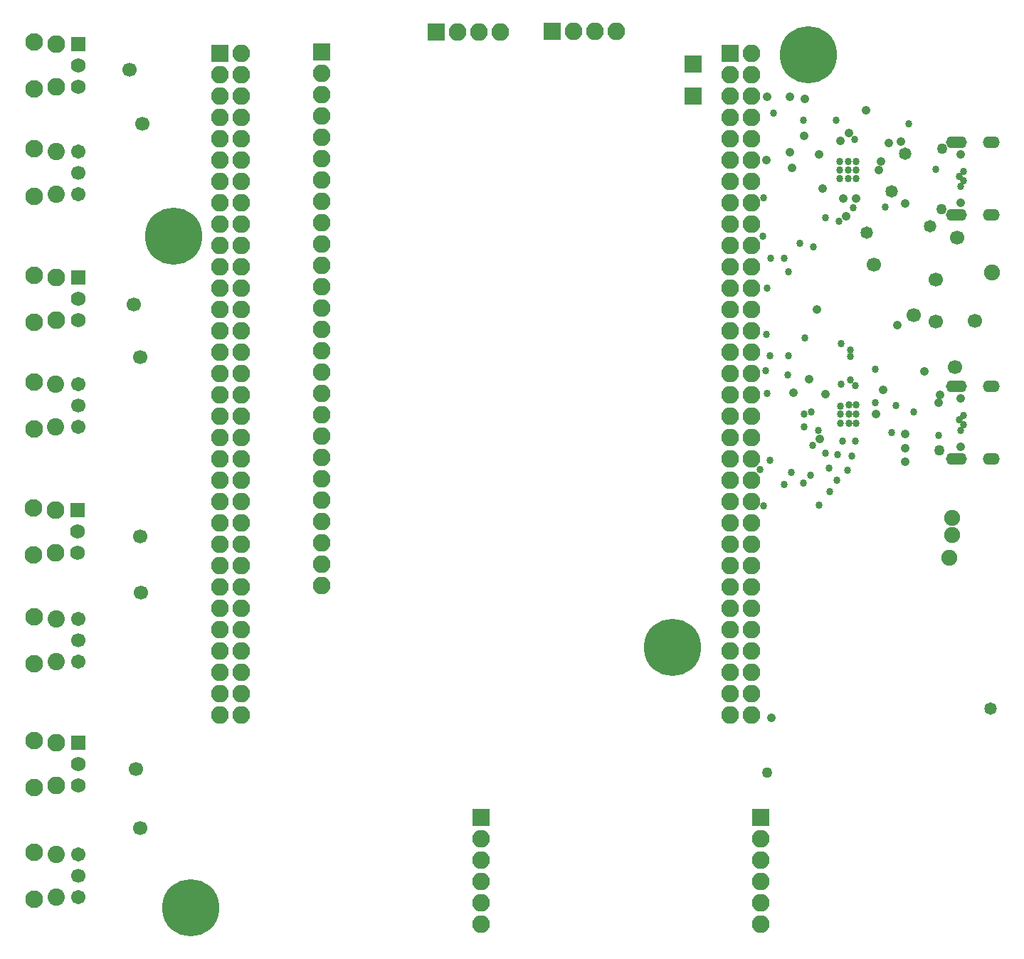
<source format=gbr>
%TF.GenerationSoftware,KiCad,Pcbnew,(6.0.7)*%
%TF.CreationDate,2022-08-08T23:44:24-07:00*%
%TF.ProjectId,adatface_baseboard,61646174-6661-4636-955f-62617365626f,rev?*%
%TF.SameCoordinates,Original*%
%TF.FileFunction,Soldermask,Bot*%
%TF.FilePolarity,Negative*%
%FSLAX46Y46*%
G04 Gerber Fmt 4.6, Leading zero omitted, Abs format (unit mm)*
G04 Created by KiCad (PCBNEW (6.0.7)) date 2022-08-08 23:44:24*
%MOMM*%
%LPD*%
G01*
G04 APERTURE LIST*
G04 Aperture macros list*
%AMRoundRect*
0 Rectangle with rounded corners*
0 $1 Rounding radius*
0 $2 $3 $4 $5 $6 $7 $8 $9 X,Y pos of 4 corners*
0 Add a 4 corners polygon primitive as box body*
4,1,4,$2,$3,$4,$5,$6,$7,$8,$9,$2,$3,0*
0 Add four circle primitives for the rounded corners*
1,1,$1+$1,$2,$3*
1,1,$1+$1,$4,$5*
1,1,$1+$1,$6,$7*
1,1,$1+$1,$8,$9*
0 Add four rect primitives between the rounded corners*
20,1,$1+$1,$2,$3,$4,$5,0*
20,1,$1+$1,$4,$5,$6,$7,0*
20,1,$1+$1,$6,$7,$8,$9,0*
20,1,$1+$1,$8,$9,$2,$3,0*%
G04 Aperture macros list end*
%ADD10C,2.100000*%
%ADD11C,1.708000*%
%ADD12C,1.700000*%
%ADD13C,2.050000*%
%ADD14RoundRect,0.200000X-0.679000X0.679000X-0.679000X-0.679000X0.679000X-0.679000X0.679000X0.679000X0*%
%ADD15C,1.758000*%
%ADD16C,2.125000*%
%ADD17RoundRect,0.200000X0.850000X-0.850000X0.850000X0.850000X-0.850000X0.850000X-0.850000X-0.850000X0*%
%ADD18O,2.100000X2.100000*%
%ADD19C,1.200000*%
%ADD20C,6.800000*%
%ADD21RoundRect,0.200000X-0.850000X-0.850000X0.850000X-0.850000X0.850000X0.850000X-0.850000X0.850000X0*%
%ADD22C,1.050000*%
%ADD23O,2.500000X1.400000*%
%ADD24O,2.000000X1.400000*%
%ADD25RoundRect,0.200000X0.850000X0.850000X-0.850000X0.850000X-0.850000X-0.850000X0.850000X-0.850000X0*%
%ADD26C,0.860000*%
%ADD27C,1.900000*%
%ADD28C,1.060000*%
%ADD29C,1.480000*%
%ADD30C,1.260000*%
G04 APERTURE END LIST*
D10*
%TO.C,U1*%
X45816023Y-142589033D03*
X45816023Y-136989033D03*
D11*
X51056023Y-137249033D03*
D12*
X51056023Y-139789033D03*
D11*
X51056023Y-142329033D03*
D13*
X48426023Y-137249033D03*
X48426023Y-142329033D03*
%TD*%
D10*
%TO.C,TR2*%
X45810408Y-40557745D03*
X45810408Y-46157745D03*
D14*
X51050408Y-40817745D03*
D15*
X51050408Y-43357745D03*
X51050408Y-45897745D03*
D16*
X48430408Y-40817745D03*
X48430408Y-45897745D03*
%TD*%
D10*
%TO.C,TR3*%
X45786111Y-68321385D03*
X45786111Y-73921385D03*
D14*
X51026111Y-68581385D03*
D15*
X51026111Y-71121385D03*
X51026111Y-73661385D03*
D16*
X48406111Y-68581385D03*
X48406111Y-73661385D03*
%TD*%
D17*
%TO.C,J11*%
X93640000Y-39365000D03*
D18*
X96180000Y-39365000D03*
X98720000Y-39365000D03*
X101260000Y-39365000D03*
%TD*%
D19*
%TO.C,H3*%
X60050000Y-63700000D03*
X64147056Y-62002944D03*
X64850000Y-63700000D03*
X60752944Y-62002944D03*
X64147056Y-65397056D03*
D20*
X62450000Y-63700000D03*
D19*
X62450000Y-66100000D03*
X60752944Y-65397056D03*
X62450000Y-61300000D03*
%TD*%
%TO.C,H4*%
X121793000Y-115049000D03*
X123490056Y-110951944D03*
X124193000Y-112649000D03*
X123490056Y-114346056D03*
X120095944Y-110951944D03*
D20*
X121793000Y-112649000D03*
D19*
X121793000Y-110249000D03*
X119393000Y-112649000D03*
X120095944Y-114346056D03*
%TD*%
D17*
%TO.C,J10*%
X107490000Y-39310000D03*
D18*
X110030000Y-39310000D03*
X112570000Y-39310000D03*
X115110000Y-39310000D03*
%TD*%
D10*
%TO.C,U2*%
X45830408Y-58920245D03*
X45830408Y-53320245D03*
D11*
X51070408Y-53580245D03*
D12*
X51070408Y-56120245D03*
D11*
X51070408Y-58660245D03*
D13*
X48440408Y-53580245D03*
X48440408Y-58660245D03*
%TD*%
D21*
%TO.C,J3*%
X128650000Y-41910000D03*
D18*
X131190000Y-41910000D03*
X128650000Y-44450000D03*
X131190000Y-44450000D03*
X128650000Y-46990000D03*
X131190000Y-46990000D03*
X128650000Y-49530000D03*
X131190000Y-49530000D03*
X128650000Y-52070000D03*
X131190000Y-52070000D03*
X128650000Y-54610000D03*
X131190000Y-54610000D03*
X128650000Y-57150000D03*
X131190000Y-57150000D03*
X128650000Y-59690000D03*
X131190000Y-59690000D03*
X128650000Y-62230000D03*
X131190000Y-62230000D03*
X128650000Y-64770000D03*
X131190000Y-64770000D03*
X128650000Y-67310000D03*
X131190000Y-67310000D03*
X128650000Y-69850000D03*
X131190000Y-69850000D03*
X128650000Y-72390000D03*
X131190000Y-72390000D03*
X128650000Y-74930000D03*
X131190000Y-74930000D03*
X128650000Y-77470000D03*
X131190000Y-77470000D03*
X128650000Y-80010000D03*
X131190000Y-80010000D03*
X128650000Y-82550000D03*
X131190000Y-82550000D03*
X128650000Y-85090000D03*
X131190000Y-85090000D03*
X128650000Y-87630000D03*
X131190000Y-87630000D03*
X128650000Y-90170000D03*
X131190000Y-90170000D03*
X128650000Y-92710000D03*
X131190000Y-92710000D03*
X128650000Y-95250000D03*
X131190000Y-95250000D03*
X128650000Y-97790000D03*
X131190000Y-97790000D03*
X128650000Y-100330000D03*
X131190000Y-100330000D03*
X128650000Y-102870000D03*
X131190000Y-102870000D03*
X128650000Y-105410000D03*
X131190000Y-105410000D03*
X128650000Y-107950000D03*
X131190000Y-107950000D03*
X128650000Y-110490000D03*
X131190000Y-110490000D03*
X128650000Y-113030000D03*
X131190000Y-113030000D03*
X128650000Y-115570000D03*
X131190000Y-115570000D03*
X128650000Y-118110000D03*
X131190000Y-118110000D03*
X128650000Y-120650000D03*
X131190000Y-120650000D03*
%TD*%
D21*
%TO.C,J7*%
X80010000Y-41783000D03*
D18*
X80010000Y-44323000D03*
X80010000Y-46863000D03*
X80010000Y-49403000D03*
X80010000Y-51943000D03*
X80010000Y-54483000D03*
X80010000Y-57023000D03*
X80010000Y-59563000D03*
X80010000Y-62103000D03*
X80010000Y-64643000D03*
X80010000Y-67183000D03*
X80010000Y-69723000D03*
X80010000Y-72263000D03*
X80010000Y-74803000D03*
X80010000Y-77343000D03*
X80010000Y-79883000D03*
X80010000Y-82423000D03*
X80010000Y-84963000D03*
X80010000Y-87503000D03*
X80010000Y-90043000D03*
X80010000Y-92583000D03*
X80010000Y-95123000D03*
X80010000Y-97663000D03*
X80010000Y-100203000D03*
X80010000Y-102743000D03*
X80010000Y-105283000D03*
%TD*%
D21*
%TO.C,J6*%
X99000000Y-132900000D03*
D18*
X99000000Y-135440000D03*
X99000000Y-137980000D03*
X99000000Y-140520000D03*
X99000000Y-143060000D03*
X99000000Y-145600000D03*
%TD*%
D22*
%TO.C,J4*%
X156045000Y-82960000D03*
X156045000Y-88740000D03*
D23*
X155545000Y-90170000D03*
D24*
X159725000Y-90170000D03*
X159725000Y-81530000D03*
D23*
X155545000Y-81530000D03*
%TD*%
D10*
%TO.C,U3*%
X45790000Y-86650000D03*
X45790000Y-81050000D03*
D11*
X51030000Y-81310000D03*
D12*
X51030000Y-83850000D03*
D11*
X51030000Y-86390000D03*
D13*
X48400000Y-81310000D03*
X48400000Y-86390000D03*
%TD*%
D25*
%TO.C,J9*%
X124250000Y-43250000D03*
%TD*%
D19*
%TO.C,H2*%
X62752944Y-141902944D03*
X66850000Y-143600000D03*
X64450000Y-146000000D03*
X66147056Y-145297056D03*
X64450000Y-141200000D03*
X66147056Y-141902944D03*
X62752944Y-145297056D03*
X62050000Y-143600000D03*
D20*
X64450000Y-143600000D03*
%TD*%
D21*
%TO.C,J1*%
X132250000Y-132900000D03*
D18*
X132250000Y-135440000D03*
X132250000Y-137980000D03*
X132250000Y-140520000D03*
X132250000Y-143060000D03*
X132250000Y-145600000D03*
%TD*%
D10*
%TO.C,TR4*%
X45706530Y-96043594D03*
X45706530Y-101643594D03*
D14*
X50946530Y-96303594D03*
D15*
X50946530Y-98843594D03*
X50946530Y-101383594D03*
D16*
X48326530Y-96303594D03*
X48326530Y-101383594D03*
%TD*%
D25*
%TO.C,J8*%
X124250000Y-47000000D03*
%TD*%
D20*
%TO.C,H1*%
X137925000Y-42100000D03*
D19*
X137925000Y-39700000D03*
X137925000Y-44500000D03*
X140325000Y-42100000D03*
X139622056Y-43797056D03*
X136227944Y-40402944D03*
X135525000Y-42100000D03*
X136227944Y-43797056D03*
X139622056Y-40402944D03*
%TD*%
D10*
%TO.C,U4*%
X45816023Y-108989033D03*
X45816023Y-114589033D03*
D11*
X51056023Y-109249033D03*
D12*
X51056023Y-111789033D03*
D11*
X51056023Y-114329033D03*
D13*
X48426023Y-109249033D03*
X48426023Y-114329033D03*
%TD*%
D10*
%TO.C,TR1*%
X45796023Y-123751533D03*
X45796023Y-129351533D03*
D14*
X51036023Y-124011533D03*
D15*
X51036023Y-126551533D03*
X51036023Y-129091533D03*
D16*
X48416023Y-124011533D03*
X48416023Y-129091533D03*
%TD*%
D21*
%TO.C,J2*%
X67945000Y-41910000D03*
D18*
X70485000Y-41910000D03*
X67945000Y-44450000D03*
X70485000Y-44450000D03*
X67945000Y-46990000D03*
X70485000Y-46990000D03*
X67945000Y-49530000D03*
X70485000Y-49530000D03*
X67945000Y-52070000D03*
X70485000Y-52070000D03*
X67945000Y-54610000D03*
X70485000Y-54610000D03*
X67945000Y-57150000D03*
X70485000Y-57150000D03*
X67945000Y-59690000D03*
X70485000Y-59690000D03*
X67945000Y-62230000D03*
X70485000Y-62230000D03*
X67945000Y-64770000D03*
X70485000Y-64770000D03*
X67945000Y-67310000D03*
X70485000Y-67310000D03*
X67945000Y-69850000D03*
X70485000Y-69850000D03*
X67945000Y-72390000D03*
X70485000Y-72390000D03*
X67945000Y-74930000D03*
X70485000Y-74930000D03*
X67945000Y-77470000D03*
X70485000Y-77470000D03*
X67945000Y-80010000D03*
X70485000Y-80010000D03*
X67945000Y-82550000D03*
X70485000Y-82550000D03*
X67945000Y-85090000D03*
X70485000Y-85090000D03*
X67945000Y-87630000D03*
X70485000Y-87630000D03*
X67945000Y-90170000D03*
X70485000Y-90170000D03*
X67945000Y-92710000D03*
X70485000Y-92710000D03*
X67945000Y-95250000D03*
X70485000Y-95250000D03*
X67945000Y-97790000D03*
X70485000Y-97790000D03*
X67945000Y-100330000D03*
X70485000Y-100330000D03*
X67945000Y-102870000D03*
X70485000Y-102870000D03*
X67945000Y-105410000D03*
X70485000Y-105410000D03*
X67945000Y-107950000D03*
X70485000Y-107950000D03*
X67945000Y-110490000D03*
X70485000Y-110490000D03*
X67945000Y-113030000D03*
X70485000Y-113030000D03*
X67945000Y-115570000D03*
X70485000Y-115570000D03*
X67945000Y-118110000D03*
X70485000Y-118110000D03*
X67945000Y-120650000D03*
X70485000Y-120650000D03*
%TD*%
D22*
%TO.C,J5*%
X156045000Y-53960000D03*
X156045000Y-59740000D03*
D23*
X155545000Y-52530000D03*
D24*
X159725000Y-61170000D03*
X159725000Y-52530000D03*
D23*
X155545000Y-61170000D03*
%TD*%
D26*
X156425000Y-57125000D03*
X156425000Y-56000000D03*
X156035000Y-57775000D03*
X155895500Y-56579500D03*
X143650000Y-54850000D03*
X141550000Y-61940000D03*
D27*
X155000000Y-97250000D03*
D26*
X142630000Y-91570000D03*
X138430000Y-88610000D03*
D28*
X133030000Y-47130000D03*
X135720000Y-47070000D03*
D26*
X141754384Y-83960199D03*
X137350000Y-93040000D03*
D12*
X150450000Y-73100000D03*
D26*
X143650000Y-55850000D03*
X149850000Y-50340000D03*
X142750000Y-85950000D03*
D28*
X148500000Y-74250000D03*
D26*
X143310000Y-60280000D03*
X137420000Y-86410000D03*
D29*
X144850000Y-63275000D03*
D26*
X133460000Y-66360000D03*
X142650000Y-56850000D03*
D28*
X132940000Y-54600000D03*
X153560000Y-82570000D03*
D26*
X132600000Y-59100000D03*
X133010000Y-82430000D03*
D27*
X155000000Y-99300000D03*
D30*
X153550000Y-89200000D03*
D26*
X139990000Y-89530000D03*
D29*
X159600000Y-119900000D03*
D26*
X140480000Y-94090000D03*
X135600000Y-77900000D03*
X133020000Y-69860000D03*
D28*
X144800000Y-48750000D03*
D26*
X138300000Y-84650000D03*
X138540000Y-64980000D03*
X139180000Y-95670000D03*
X143130000Y-89860000D03*
X135060000Y-66330000D03*
X141650000Y-54850000D03*
X141750000Y-84850000D03*
D28*
X135710000Y-53680000D03*
D26*
X132490000Y-63710000D03*
X141650000Y-55850000D03*
D30*
X153825000Y-53325000D03*
D26*
X142750000Y-83800000D03*
X143650000Y-84850000D03*
X141750000Y-85950000D03*
D28*
X137980000Y-80730000D03*
D26*
X136890000Y-64530000D03*
D28*
X137400000Y-51740000D03*
D26*
X133370000Y-90340000D03*
X132600000Y-95790000D03*
X143650000Y-85950000D03*
X132860000Y-79660000D03*
X147820000Y-87080000D03*
D27*
X154700000Y-102000000D03*
D26*
X147080000Y-60210000D03*
X142750000Y-84850000D03*
D29*
X149420000Y-53910000D03*
D28*
X149412500Y-87200000D03*
D26*
X141200000Y-49890000D03*
X133330000Y-77890000D03*
X143650000Y-56850000D03*
X135870000Y-91820000D03*
D28*
X136150000Y-82330000D03*
D26*
X138190000Y-92130000D03*
X139940000Y-61480000D03*
D28*
X146825000Y-81975000D03*
X149425000Y-90525000D03*
X135950000Y-55600000D03*
D26*
X137330000Y-49910000D03*
X143650000Y-83800000D03*
X141650000Y-56850000D03*
X140400000Y-91300000D03*
D12*
X155650000Y-63850000D03*
D26*
X132910000Y-75370000D03*
X137520000Y-75810000D03*
X135480000Y-80250000D03*
X141400000Y-89670000D03*
D28*
X147520000Y-52640000D03*
D26*
X142650000Y-55850000D03*
X135050000Y-93210000D03*
X142650000Y-54850000D03*
D12*
X155400000Y-79250000D03*
D29*
X152400000Y-62550000D03*
D26*
X137420000Y-84850000D03*
D12*
X157750000Y-73800000D03*
D29*
X147841950Y-58391950D03*
D30*
X153775000Y-60500000D03*
D26*
X141290000Y-92730000D03*
X135530000Y-67940000D03*
X133790000Y-49070000D03*
X141870000Y-76460000D03*
D12*
X58550000Y-106150000D03*
X57650000Y-71850000D03*
D26*
X143529500Y-88095000D03*
D28*
X139667911Y-58032917D03*
X143630000Y-59230000D03*
X139240000Y-53920500D03*
D26*
X142029500Y-88114428D03*
D12*
X58650000Y-50343750D03*
X58450000Y-78112500D03*
D28*
X142074144Y-59210155D03*
D12*
X153100000Y-68900000D03*
X57900000Y-127100000D03*
X153050000Y-73900000D03*
D28*
X140000000Y-82500000D03*
D12*
X58450000Y-99450000D03*
D28*
X139270000Y-87810000D03*
D12*
X58400000Y-134100000D03*
X57150000Y-43850000D03*
D28*
X146350000Y-55850000D03*
X145975000Y-84900000D03*
D27*
X159775000Y-68050000D03*
D12*
X145737840Y-67109048D03*
D26*
X142954263Y-80810000D03*
D28*
X141705105Y-52364145D03*
D26*
X141795263Y-81290000D03*
D28*
X142760000Y-51420000D03*
D30*
X133000000Y-127500000D03*
D28*
X133500000Y-121000000D03*
X142460000Y-61320000D03*
X137490000Y-47380000D03*
D26*
X143479500Y-52170000D03*
X153070000Y-55710000D03*
D28*
X148912500Y-52427598D03*
X146600000Y-54800000D03*
D26*
X148350000Y-83875000D03*
D28*
X149425000Y-88900000D03*
X138950098Y-72390000D03*
X149490000Y-59810000D03*
X151730000Y-79770000D03*
X153470000Y-83480000D03*
D26*
X142890000Y-77280000D03*
X142970000Y-78004500D03*
X145910000Y-83530000D03*
X145900000Y-79490000D03*
X143491719Y-81519809D03*
X132150000Y-91450000D03*
X139129124Y-86811999D03*
X150450000Y-84625000D03*
X153400000Y-87375000D03*
X156425000Y-85000000D03*
X156425000Y-86125000D03*
X155895500Y-85579500D03*
X156035000Y-86775000D03*
M02*

</source>
